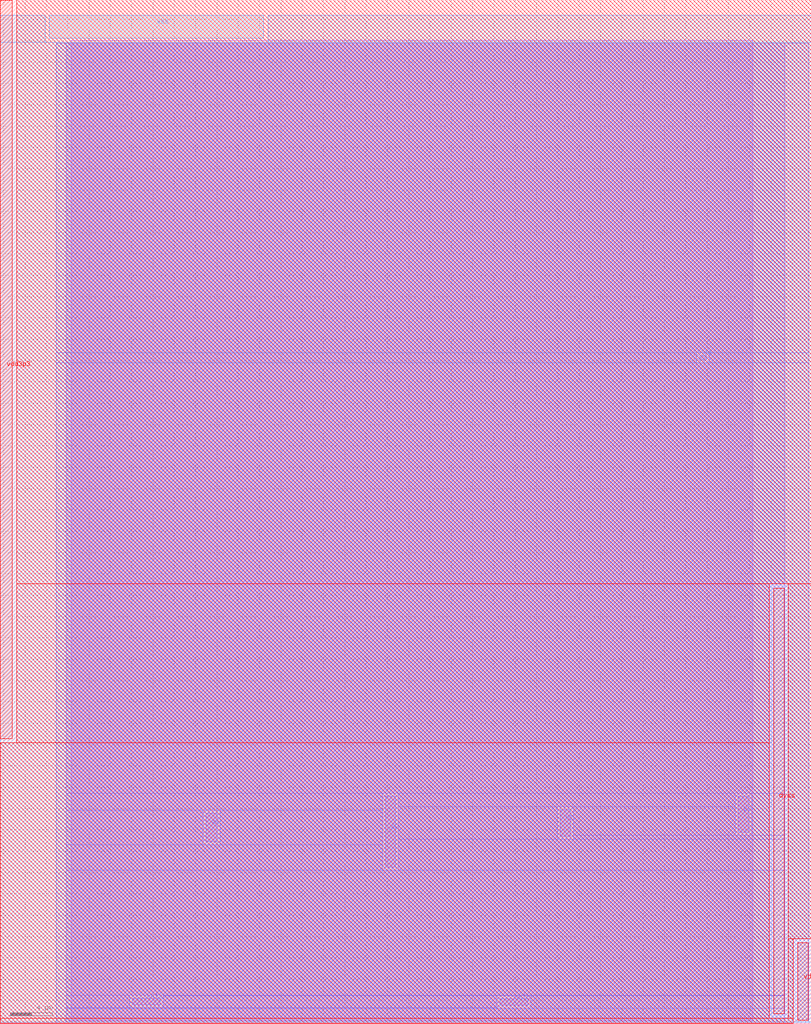
<source format=lef>
VERSION 5.7 ;
  NOWIREEXTENSIONATPIN ON ;
  DIVIDERCHAR "/" ;
  BUSBITCHARS "[]" ;
MACRO EF_R2RVC02m
  CLASS BLOCK ;
  FOREIGN EF_R2RVC02m ;
  ORIGIN 6.335 40.160 ;
  SIZE 76.095 BY 96.000 ;
  PIN a1
    PORT
      LAYER met1 ;
        RECT 13.000 -23.100 14.040 -20.430 ;
    END
  END a1
  PIN a2
    PORT
      LAYER met1 ;
        RECT 29.810 -25.510 30.770 -18.830 ;
    END
  END a2
  PIN b1
    PORT
      LAYER met1 ;
        RECT 46.210 -22.580 47.190 -20.110 ;
    END
  END b1
  PIN b2
    PORT
      LAYER met1 ;
        RECT 62.920 -22.220 63.900 -18.850 ;
    END
  END b2
  PIN dvss
    PORT
      LAYER met4 ;
        RECT 66.230 -39.245 67.230 0.660 ;
    END
  END dvss
  PIN vdd3p3
    PORT
      LAYER met4 ;
        RECT -6.310 -13.435 -5.190 55.810 ;
    END
  END vdd3p3
  PIN vss
    PORT
      LAYER met3 ;
        RECT -1.730 52.240 18.385 54.380 ;
    END
  END vss
  PIN vo
    PORT
      LAYER met2 ;
        RECT 59.310 22.065 59.940 22.470 ;
    END
  END vo
  PIN sela
    PORT
      LAYER met1 ;
        RECT 6.080 -38.420 8.670 -37.790 ;
    END
  END sela
  PIN selb
    PORT
      LAYER met1 ;
        RECT 40.570 -38.440 43.200 -37.850 ;
    END
  END selb
  PIN vdd1p8
    PORT
      LAYER met4 ;
        RECT 68.500 -39.870 69.500 -32.600 ;
    END
  END vdd1p8
  OBS
      LAYER li1 ;
        RECT 0.330 -39.890 64.300 52.065 ;
      LAYER met1 ;
        RECT -0.130 -18.550 67.280 51.750 ;
        RECT -0.130 -20.150 29.530 -18.550 ;
        RECT -0.130 -23.380 12.720 -20.150 ;
        RECT 14.320 -23.380 29.530 -20.150 ;
        RECT -0.130 -25.790 29.530 -23.380 ;
        RECT 31.050 -18.570 67.280 -18.550 ;
        RECT 31.050 -19.830 62.640 -18.570 ;
        RECT 31.050 -22.860 45.930 -19.830 ;
        RECT 47.470 -22.500 62.640 -19.830 ;
        RECT 64.180 -22.500 67.280 -18.570 ;
        RECT 47.470 -22.860 67.280 -22.500 ;
        RECT 31.050 -25.790 67.280 -22.860 ;
        RECT -0.130 -37.510 67.280 -25.790 ;
        RECT -0.130 -38.700 5.800 -37.510 ;
        RECT 8.950 -37.570 67.280 -37.510 ;
        RECT 8.950 -38.700 40.290 -37.570 ;
        RECT -0.130 -38.720 40.290 -38.700 ;
        RECT 43.480 -38.720 67.280 -37.570 ;
        RECT -0.130 -40.050 67.280 -38.720 ;
      LAYER met2 ;
        RECT -1.080 22.750 69.520 51.750 ;
        RECT -1.080 21.785 59.030 22.750 ;
        RECT 60.220 21.785 69.520 22.750 ;
        RECT -1.080 -40.050 69.520 21.785 ;
      LAYER met3 ;
        RECT -6.335 51.840 -2.130 54.380 ;
        RECT 18.785 51.840 69.760 54.380 ;
        RECT -6.335 -40.050 69.760 51.840 ;
      LAYER met4 ;
        RECT -4.790 1.060 69.760 55.840 ;
        RECT -4.790 -13.835 65.830 1.060 ;
        RECT -6.310 -39.645 65.830 -13.835 ;
        RECT 67.630 -32.200 69.760 1.060 ;
        RECT 67.630 -39.645 68.100 -32.200 ;
        RECT -6.310 -40.150 68.100 -39.645 ;
  END
END EF_R2RVC02m
END LIBRARY


</source>
